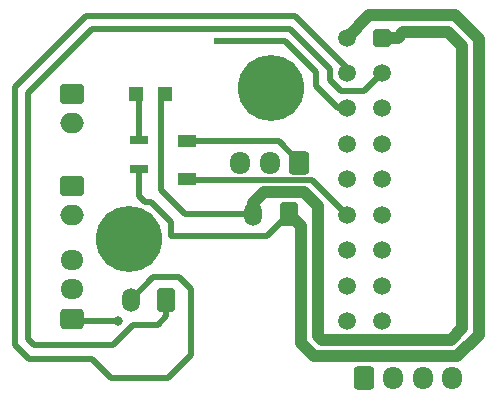
<source format=gbr>
%TF.GenerationSoftware,KiCad,Pcbnew,(6.0.6)*%
%TF.CreationDate,2022-08-05T03:01:18+02:00*%
%TF.ProjectId,toolhead_pcb,746f6f6c-6865-4616-945f-7063622e6b69,rev?*%
%TF.SameCoordinates,Original*%
%TF.FileFunction,Copper,L1,Top*%
%TF.FilePolarity,Positive*%
%FSLAX46Y46*%
G04 Gerber Fmt 4.6, Leading zero omitted, Abs format (unit mm)*
G04 Created by KiCad (PCBNEW (6.0.6)) date 2022-08-05 03:01:18*
%MOMM*%
%LPD*%
G01*
G04 APERTURE LIST*
G04 Aperture macros list*
%AMRoundRect*
0 Rectangle with rounded corners*
0 $1 Rounding radius*
0 $2 $3 $4 $5 $6 $7 $8 $9 X,Y pos of 4 corners*
0 Add a 4 corners polygon primitive as box body*
4,1,4,$2,$3,$4,$5,$6,$7,$8,$9,$2,$3,0*
0 Add four circle primitives for the rounded corners*
1,1,$1+$1,$2,$3*
1,1,$1+$1,$4,$5*
1,1,$1+$1,$6,$7*
1,1,$1+$1,$8,$9*
0 Add four rect primitives between the rounded corners*
20,1,$1+$1,$2,$3,$4,$5,0*
20,1,$1+$1,$4,$5,$6,$7,0*
20,1,$1+$1,$6,$7,$8,$9,0*
20,1,$1+$1,$8,$9,$2,$3,0*%
G04 Aperture macros list end*
%TA.AperFunction,SMDPad,CuDef*%
%ADD10R,1.600000X1.000000*%
%TD*%
%TA.AperFunction,SMDPad,CuDef*%
%ADD11R,1.200000X1.200000*%
%TD*%
%TA.AperFunction,SMDPad,CuDef*%
%ADD12R,1.600000X0.800000*%
%TD*%
%TA.AperFunction,ComponentPad*%
%ADD13RoundRect,0.250000X-0.750000X0.600000X-0.750000X-0.600000X0.750000X-0.600000X0.750000X0.600000X0*%
%TD*%
%TA.AperFunction,ComponentPad*%
%ADD14O,2.000000X1.700000*%
%TD*%
%TA.AperFunction,ComponentPad*%
%ADD15RoundRect,0.250001X0.499999X0.759999X-0.499999X0.759999X-0.499999X-0.759999X0.499999X-0.759999X0*%
%TD*%
%TA.AperFunction,ComponentPad*%
%ADD16O,1.500000X2.020000*%
%TD*%
%TA.AperFunction,ComponentPad*%
%ADD17C,5.600000*%
%TD*%
%TA.AperFunction,ComponentPad*%
%ADD18RoundRect,0.250000X0.600000X0.725000X-0.600000X0.725000X-0.600000X-0.725000X0.600000X-0.725000X0*%
%TD*%
%TA.AperFunction,ComponentPad*%
%ADD19O,1.700000X1.950000*%
%TD*%
%TA.AperFunction,SMDPad,CuDef*%
%ADD20R,0.600000X0.500000*%
%TD*%
%TA.AperFunction,ComponentPad*%
%ADD21RoundRect,0.250001X-0.499999X0.499999X-0.499999X-0.499999X0.499999X-0.499999X0.499999X0.499999X0*%
%TD*%
%TA.AperFunction,ComponentPad*%
%ADD22C,1.500000*%
%TD*%
%TA.AperFunction,ComponentPad*%
%ADD23RoundRect,0.250000X0.725000X-0.600000X0.725000X0.600000X-0.725000X0.600000X-0.725000X-0.600000X0*%
%TD*%
%TA.AperFunction,ComponentPad*%
%ADD24O,1.950000X1.700000*%
%TD*%
%TA.AperFunction,ComponentPad*%
%ADD25RoundRect,0.250000X-0.600000X-0.725000X0.600000X-0.725000X0.600000X0.725000X-0.600000X0.725000X0*%
%TD*%
%TA.AperFunction,ViaPad*%
%ADD26C,0.800000*%
%TD*%
%TA.AperFunction,Conductor*%
%ADD27C,1.000000*%
%TD*%
%TA.AperFunction,Conductor*%
%ADD28C,0.508000*%
%TD*%
G04 APERTURE END LIST*
D10*
%TO.P,Probe filter diode,1*%
%TO.N,N/C*%
X39000000Y-32500000D03*
%TO.P,Probe filter diode,2*%
X39000000Y-35700000D03*
%TD*%
D11*
%TO.P,R1100,1*%
%TO.N,N/C*%
X34700000Y-28500000D03*
%TO.P,R1100,2*%
X37100000Y-28500000D03*
%TD*%
D12*
%TO.P,Hotend Led,1*%
%TO.N,N/C*%
X34900000Y-34800000D03*
%TO.P,Hotend Led,2*%
X34900000Y-32400000D03*
%TD*%
D13*
%TO.P,Fan1,1*%
%TO.N,N/C*%
X29250000Y-36250000D03*
D14*
%TO.P,Fan1,2*%
X29250000Y-38750000D03*
%TD*%
D15*
%TO.P,Hotend,1*%
%TO.N,N/C*%
X47600000Y-38630000D03*
D16*
%TO.P,Hotend,2*%
X44600000Y-38630000D03*
%TD*%
D17*
%TO.P,REF\u002A\u002A,1*%
%TO.N,N/C*%
X34100000Y-40800000D03*
%TD*%
%TO.P,REF\u002A\u002A,1*%
%TO.N,N/C*%
X46100000Y-28000000D03*
%TD*%
D18*
%TO.P,Probe,1*%
%TO.N,N/C*%
X48500000Y-34300000D03*
D19*
%TO.P,Probe,2*%
X46000000Y-34300000D03*
%TO.P,Probe,3*%
X43500000Y-34300000D03*
%TD*%
D13*
%TO.P,Fan0,1*%
%TO.N,N/C*%
X29250000Y-28450000D03*
D14*
%TO.P,Fan0,2*%
X29250000Y-30950000D03*
%TD*%
D20*
%TO.P,Thermistor Chamber,1*%
%TO.N,N/C*%
X41501000Y-22998500D03*
%TO.P,Thermistor Chamber,2*%
X41500000Y-24000000D03*
%TD*%
D15*
%TO.P,Therm 0,1*%
%TO.N,N/C*%
X37200000Y-45930000D03*
D16*
%TO.P,Therm 0,2*%
X34200000Y-45930000D03*
%TD*%
D21*
%TO.P,Breakbox In,1*%
%TO.N,N/C*%
X55500000Y-23700000D03*
D22*
%TO.P,Breakbox In,2*%
X55500000Y-26700000D03*
%TO.P,Breakbox In,3*%
X55500000Y-29700000D03*
%TO.P,Breakbox In,4*%
X55500000Y-32700000D03*
%TO.P,Breakbox In,5*%
X55500000Y-35700000D03*
%TO.P,Breakbox In,6*%
X55500000Y-38700000D03*
%TO.P,Breakbox In,7*%
X55500000Y-41700000D03*
%TO.P,Breakbox In,8*%
X55500000Y-44700000D03*
%TO.P,Breakbox In,9*%
X55500000Y-47700000D03*
%TO.P,Breakbox In,10*%
X52500000Y-23700000D03*
%TO.P,Breakbox In,11*%
X52500000Y-26700000D03*
%TO.P,Breakbox In,12*%
X52500000Y-29700000D03*
%TO.P,Breakbox In,13*%
X52500000Y-32700000D03*
%TO.P,Breakbox In,14*%
X52500000Y-35700000D03*
%TO.P,Breakbox In,15*%
X52500000Y-38700000D03*
%TO.P,Breakbox In,16*%
X52500000Y-41700000D03*
%TO.P,Breakbox In,17*%
X52500000Y-44700000D03*
%TO.P,Breakbox In,18*%
X52500000Y-47700000D03*
%TD*%
D23*
%TO.P,NeoPixel,1*%
%TO.N,N/C*%
X29250000Y-47500000D03*
D24*
%TO.P,NeoPixel,2*%
X29250000Y-45000000D03*
%TO.P,NeoPixel,3*%
X29250000Y-42500000D03*
%TD*%
D25*
%TO.P,E-Motor,1*%
%TO.N,N/C*%
X53950000Y-52525000D03*
D19*
%TO.P,E-Motor,2*%
X56450000Y-52525000D03*
%TO.P,E-Motor,3*%
X58950000Y-52525000D03*
%TO.P,E-Motor,4*%
X61450000Y-52525000D03*
%TD*%
D26*
%TO.N,*%
X33100000Y-47700000D03*
%TD*%
D27*
%TO.N,*%
X44600000Y-37700000D02*
X44600000Y-38630000D01*
X45500000Y-36800000D02*
X44600000Y-37700000D01*
X48900000Y-36800000D02*
X45500000Y-36800000D01*
X50100000Y-38000000D02*
X48900000Y-36800000D01*
X50100000Y-49000000D02*
X50100000Y-38000000D01*
X50400000Y-49300000D02*
X50100000Y-49000000D01*
X61300000Y-49300000D02*
X50400000Y-49300000D01*
X62300000Y-24400000D02*
X62300000Y-48300000D01*
X61100000Y-23200000D02*
X62300000Y-24400000D01*
X57300000Y-23200000D02*
X61100000Y-23200000D01*
X56800000Y-23700000D02*
X57300000Y-23200000D01*
X62300000Y-48300000D02*
X61300000Y-49300000D01*
X55500000Y-23700000D02*
X56800000Y-23700000D01*
X49700000Y-50700000D02*
X48600000Y-49600000D01*
X61875000Y-50700000D02*
X49700000Y-50700000D01*
X63700000Y-23800000D02*
X63700000Y-48875000D01*
X63700000Y-48875000D02*
X61875000Y-50700000D01*
X61700000Y-21800000D02*
X63700000Y-23800000D01*
X54400000Y-21800000D02*
X61700000Y-21800000D01*
X48600000Y-49600000D02*
X48600000Y-39630000D01*
X52500000Y-23700000D02*
X54400000Y-21800000D01*
X48600000Y-39630000D02*
X47600000Y-38630000D01*
D28*
X55500000Y-26700000D02*
X54000000Y-28200000D01*
X37902500Y-23000000D02*
X37901000Y-22998500D01*
X52500000Y-29700000D02*
X51800000Y-29700000D01*
X36500000Y-48000000D02*
X37200000Y-47300000D01*
X51100000Y-27300000D02*
X51100000Y-26400000D01*
X25600000Y-50900000D02*
X30900000Y-50900000D01*
X34400000Y-48000000D02*
X36500000Y-48000000D01*
X30900000Y-50900000D02*
X32500000Y-52500000D01*
X36800000Y-36600000D02*
X38830000Y-38630000D01*
X24400000Y-27900000D02*
X24400000Y-49700000D01*
X35900000Y-37600000D02*
X35400000Y-37600000D01*
X34900000Y-37100000D02*
X34900000Y-34800000D01*
X34200000Y-45900000D02*
X34200000Y-45930000D01*
X32500000Y-52500000D02*
X37400000Y-52500000D01*
X51100000Y-26400000D02*
X47700000Y-23000000D01*
X54000000Y-28200000D02*
X52000000Y-28200000D01*
X47700000Y-23000000D02*
X37902500Y-23000000D01*
X37100000Y-28500000D02*
X36800000Y-28800000D01*
X37600000Y-39300000D02*
X35900000Y-37600000D01*
X52500000Y-26700000D02*
X52500000Y-26300000D01*
X37400000Y-52500000D02*
X39300000Y-50600000D01*
X25500000Y-49200000D02*
X26000000Y-49700000D01*
X39300000Y-45000000D02*
X38300000Y-44000000D01*
X34900000Y-32400000D02*
X34900000Y-28700000D01*
X48100000Y-21900000D02*
X30400000Y-21900000D01*
X33201500Y-22998500D02*
X33200000Y-23000000D01*
X29450000Y-47700000D02*
X29250000Y-47500000D01*
X33200000Y-23000000D02*
X30900000Y-23000000D01*
X38830000Y-38630000D02*
X44600000Y-38630000D01*
X52500000Y-38700000D02*
X49600000Y-35800000D01*
X32700000Y-49700000D02*
X34400000Y-48000000D01*
X30400000Y-21900000D02*
X24400000Y-27900000D01*
X47300000Y-24000000D02*
X41500000Y-24000000D01*
X46800000Y-32500000D02*
X48500000Y-34200000D01*
X49600000Y-35800000D02*
X39100000Y-35800000D01*
X49900000Y-26600000D02*
X47300000Y-24000000D01*
X39100000Y-35800000D02*
X39000000Y-35700000D01*
X26000000Y-49700000D02*
X32700000Y-49700000D01*
X36800000Y-28800000D02*
X36800000Y-36600000D01*
X37901000Y-22998500D02*
X33201500Y-22998500D01*
X30900000Y-23000000D02*
X25500000Y-28400000D01*
X52500000Y-26300000D02*
X48100000Y-21900000D01*
X34900000Y-28700000D02*
X34700000Y-28500000D01*
X39300000Y-50600000D02*
X39300000Y-45000000D01*
X37200000Y-47300000D02*
X37200000Y-45930000D01*
X47600000Y-38630000D02*
X45730000Y-40500000D01*
X51800000Y-29700000D02*
X49900000Y-27800000D01*
X36100000Y-44000000D02*
X34200000Y-45900000D01*
X25500000Y-28400000D02*
X25500000Y-49200000D01*
X38300000Y-44000000D02*
X36100000Y-44000000D01*
X52000000Y-28200000D02*
X51100000Y-27300000D01*
X33100000Y-47700000D02*
X29450000Y-47700000D01*
X35400000Y-37600000D02*
X34900000Y-37100000D01*
X49900000Y-27800000D02*
X49900000Y-26600000D01*
X39000000Y-32500000D02*
X46800000Y-32500000D01*
X24400000Y-49700000D02*
X25600000Y-50900000D01*
X37600000Y-40500000D02*
X37600000Y-39300000D01*
X45730000Y-40500000D02*
X37600000Y-40500000D01*
%TD*%
M02*

</source>
